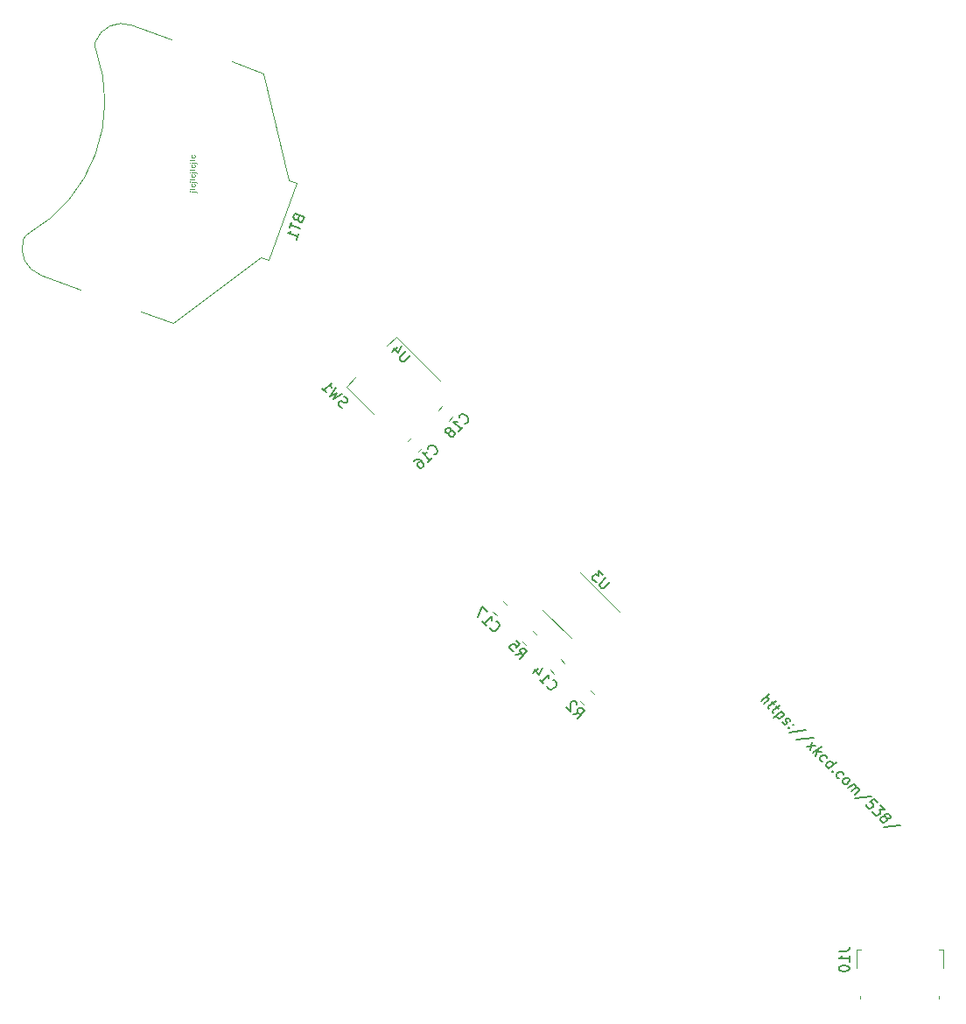
<source format=gbr>
G04 #@! TF.GenerationSoftware,KiCad,Pcbnew,5.1.2*
G04 #@! TF.CreationDate,2019-06-30T21:34:46-05:00*
G04 #@! TF.ProjectId,Wrench,5772656e-6368-42e6-9b69-6361645f7063,rev?*
G04 #@! TF.SameCoordinates,Original*
G04 #@! TF.FileFunction,Legend,Bot*
G04 #@! TF.FilePolarity,Positive*
%FSLAX46Y46*%
G04 Gerber Fmt 4.6, Leading zero omitted, Abs format (unit mm)*
G04 Created by KiCad (PCBNEW 5.1.2) date 2019-06-30 21:34:46*
%MOMM*%
%LPD*%
G04 APERTURE LIST*
%ADD10C,0.150000*%
%ADD11C,0.100000*%
%ADD12C,0.120000*%
G04 APERTURE END LIST*
D10*
X165949636Y-115349399D02*
X166745131Y-114730681D01*
X166252682Y-115652445D02*
X166669370Y-115328354D01*
X166711459Y-115235757D01*
X166681997Y-115138951D01*
X166580981Y-115037936D01*
X166475757Y-115000055D01*
X166404205Y-114995846D01*
X167018714Y-115475668D02*
X167288088Y-115745042D01*
X167384894Y-115370444D02*
X166703041Y-115900774D01*
X166660952Y-115993372D01*
X166690415Y-116090178D01*
X166757758Y-116157521D01*
X167422775Y-115879729D02*
X167692149Y-116149103D01*
X167788955Y-115774505D02*
X167107103Y-116304835D01*
X167065013Y-116397433D01*
X167094476Y-116494239D01*
X167161819Y-116561582D01*
X167927851Y-116384806D02*
X167132356Y-117003524D01*
X167889971Y-116414268D02*
X167995195Y-116452149D01*
X168129882Y-116586836D01*
X168159345Y-116683642D01*
X168155136Y-116746777D01*
X168113046Y-116839374D01*
X167885762Y-117016151D01*
X167776329Y-117041405D01*
X167704776Y-117037196D01*
X167599552Y-116999315D01*
X167464865Y-116864628D01*
X167435402Y-116767822D01*
X168041494Y-117373913D02*
X168070956Y-117470720D01*
X168205643Y-117605407D01*
X168310868Y-117643287D01*
X168420301Y-117618034D01*
X168458182Y-117588571D01*
X168500271Y-117495973D01*
X168470808Y-117399167D01*
X168369793Y-117298152D01*
X168340330Y-117201346D01*
X168382420Y-117108748D01*
X168420301Y-117079286D01*
X168529734Y-117054032D01*
X168634958Y-117091912D01*
X168735973Y-117192928D01*
X168765436Y-117289734D01*
X168685466Y-117950542D02*
X168681257Y-118013677D01*
X168609704Y-118009468D01*
X168613913Y-117946333D01*
X168685466Y-117950542D01*
X168609704Y-118009468D01*
X169102154Y-117626452D02*
X169097945Y-117689586D01*
X169026392Y-117685377D01*
X169030601Y-117622243D01*
X169102154Y-117626452D01*
X169026392Y-117685377D01*
X170284874Y-118203080D02*
X168656003Y-118392484D01*
X171025653Y-118943859D02*
X169396782Y-119133262D01*
X170360635Y-119760399D02*
X171261355Y-119718309D01*
X170890966Y-119347920D02*
X170731025Y-120130788D01*
X171000399Y-120400162D02*
X171795894Y-119781444D01*
X171370788Y-120231803D02*
X171269773Y-120669536D01*
X171800103Y-120257057D02*
X171227683Y-120223385D01*
X171913745Y-121246165D02*
X171808521Y-121208284D01*
X171673834Y-121073597D01*
X171644371Y-120976791D01*
X171648580Y-120913656D01*
X171690670Y-120821059D01*
X171917954Y-120644282D01*
X172027387Y-120619028D01*
X172098940Y-120623237D01*
X172204164Y-120661118D01*
X172338851Y-120795805D01*
X172368314Y-120892611D01*
X172481956Y-121881719D02*
X173277451Y-121263001D01*
X172519837Y-121852256D02*
X172414612Y-121814376D01*
X172279925Y-121679689D01*
X172250463Y-121582882D01*
X172254672Y-121519748D01*
X172296761Y-121427150D01*
X172524046Y-121250374D01*
X172633479Y-121225120D01*
X172705031Y-121229329D01*
X172810255Y-121267210D01*
X172944942Y-121401897D01*
X172974405Y-121498703D01*
X172894435Y-122159511D02*
X172890226Y-122222646D01*
X172818673Y-122218437D01*
X172822882Y-122155302D01*
X172894435Y-122159511D01*
X172818673Y-122218437D01*
X173496317Y-122828737D02*
X173391093Y-122790856D01*
X173256406Y-122656169D01*
X173226943Y-122559363D01*
X173231152Y-122496229D01*
X173273242Y-122403631D01*
X173500526Y-122226855D01*
X173609960Y-122201601D01*
X173681512Y-122205810D01*
X173786736Y-122243690D01*
X173921423Y-122378377D01*
X173950886Y-122475184D01*
X173862498Y-123262261D02*
X173833035Y-123165455D01*
X173837244Y-123102320D01*
X173879334Y-123009723D01*
X174106618Y-122832946D01*
X174216051Y-122807692D01*
X174287604Y-122811901D01*
X174392828Y-122849782D01*
X174493843Y-122950797D01*
X174523306Y-123047604D01*
X174519097Y-123110738D01*
X174477007Y-123203335D01*
X174249723Y-123380112D01*
X174140290Y-123405366D01*
X174068737Y-123401157D01*
X173963513Y-123363276D01*
X173862498Y-123262261D01*
X174401246Y-123801009D02*
X174931576Y-123388530D01*
X174855814Y-123447456D02*
X174927367Y-123451665D01*
X175032591Y-123489545D01*
X175133606Y-123590561D01*
X175163069Y-123687367D01*
X175120979Y-123779964D01*
X174704291Y-124104055D01*
X175120979Y-123779964D02*
X175230413Y-123754710D01*
X175335637Y-123792591D01*
X175436652Y-123893606D01*
X175466115Y-123990413D01*
X175424025Y-124083010D01*
X175007337Y-124407100D01*
X176682507Y-124600713D02*
X175053636Y-124790117D01*
X177217046Y-125202596D02*
X176880328Y-124865878D01*
X176467849Y-125126834D01*
X176539402Y-125131043D01*
X176644626Y-125168924D01*
X176812985Y-125337283D01*
X176842448Y-125434089D01*
X176838239Y-125497223D01*
X176796149Y-125589821D01*
X176606745Y-125737135D01*
X176497312Y-125762388D01*
X176425760Y-125758180D01*
X176320536Y-125720299D01*
X176152177Y-125551940D01*
X176122714Y-125455134D01*
X176126923Y-125391999D01*
X177486420Y-125471970D02*
X177924153Y-125909702D01*
X177385405Y-125909702D01*
X177486420Y-126010718D01*
X177515883Y-126107524D01*
X177511674Y-126170658D01*
X177469584Y-126263256D01*
X177280180Y-126410570D01*
X177170747Y-126435824D01*
X177099195Y-126431615D01*
X176993971Y-126393734D01*
X176791940Y-126191703D01*
X176762477Y-126094897D01*
X176766686Y-126031762D01*
X177987287Y-126578928D02*
X177957824Y-126482122D01*
X177962033Y-126418988D01*
X178004123Y-126326390D01*
X178042004Y-126296928D01*
X178151437Y-126271674D01*
X178222989Y-126275883D01*
X178328214Y-126313763D01*
X178462901Y-126448450D01*
X178492363Y-126545257D01*
X178488155Y-126608391D01*
X178446065Y-126700989D01*
X178408184Y-126730451D01*
X178298751Y-126755705D01*
X178227198Y-126751496D01*
X178121974Y-126713615D01*
X177987287Y-126578928D01*
X177882063Y-126541048D01*
X177810511Y-126536839D01*
X177701077Y-126562093D01*
X177549554Y-126679944D01*
X177507465Y-126772541D01*
X177503256Y-126835676D01*
X177532719Y-126932482D01*
X177667406Y-127067169D01*
X177772630Y-127105050D01*
X177844182Y-127109259D01*
X177953615Y-127084005D01*
X178105138Y-126966154D01*
X178147228Y-126873556D01*
X178151437Y-126810422D01*
X178121974Y-126713615D01*
X179443590Y-127361797D02*
X177814719Y-127551200D01*
D11*
X110832857Y-66078095D02*
X111261428Y-66078095D01*
X111309047Y-66101904D01*
X111332857Y-66149523D01*
X111332857Y-66173333D01*
X110666190Y-66078095D02*
X110690000Y-66101904D01*
X110713809Y-66078095D01*
X110690000Y-66054285D01*
X110666190Y-66078095D01*
X110713809Y-66078095D01*
X111166190Y-65768571D02*
X111142380Y-65816190D01*
X111094761Y-65840000D01*
X110666190Y-65840000D01*
X111142380Y-65363809D02*
X111166190Y-65411428D01*
X111166190Y-65506666D01*
X111142380Y-65554285D01*
X111118571Y-65578095D01*
X111070952Y-65601904D01*
X110928095Y-65601904D01*
X110880476Y-65578095D01*
X110856666Y-65554285D01*
X110832857Y-65506666D01*
X110832857Y-65411428D01*
X110856666Y-65363809D01*
X110832857Y-65149523D02*
X111261428Y-65149523D01*
X111309047Y-65173333D01*
X111332857Y-65220952D01*
X111332857Y-65244761D01*
X110666190Y-65149523D02*
X110690000Y-65173333D01*
X110713809Y-65149523D01*
X110690000Y-65125714D01*
X110666190Y-65149523D01*
X110713809Y-65149523D01*
X111166190Y-64840000D02*
X111142380Y-64887619D01*
X111094761Y-64911428D01*
X110666190Y-64911428D01*
X111142380Y-64435238D02*
X111166190Y-64482857D01*
X111166190Y-64578095D01*
X111142380Y-64625714D01*
X111118571Y-64649523D01*
X111070952Y-64673333D01*
X110928095Y-64673333D01*
X110880476Y-64649523D01*
X110856666Y-64625714D01*
X110832857Y-64578095D01*
X110832857Y-64482857D01*
X110856666Y-64435238D01*
X110832857Y-64220952D02*
X111261428Y-64220952D01*
X111309047Y-64244761D01*
X111332857Y-64292380D01*
X111332857Y-64316190D01*
X110666190Y-64220952D02*
X110690000Y-64244761D01*
X110713809Y-64220952D01*
X110690000Y-64197142D01*
X110666190Y-64220952D01*
X110713809Y-64220952D01*
X111166190Y-63911428D02*
X111142380Y-63959047D01*
X111094761Y-63982857D01*
X110666190Y-63982857D01*
X111142380Y-63506666D02*
X111166190Y-63554285D01*
X111166190Y-63649523D01*
X111142380Y-63697142D01*
X111118571Y-63720952D01*
X111070952Y-63744761D01*
X110928095Y-63744761D01*
X110880476Y-63720952D01*
X110856666Y-63697142D01*
X110832857Y-63649523D01*
X110832857Y-63554285D01*
X110856666Y-63506666D01*
X110832857Y-63292380D02*
X111261428Y-63292380D01*
X111309047Y-63316190D01*
X111332857Y-63363809D01*
X111332857Y-63387619D01*
X110666190Y-63292380D02*
X110690000Y-63316190D01*
X110713809Y-63292380D01*
X110690000Y-63268571D01*
X110666190Y-63292380D01*
X110713809Y-63292380D01*
X111166190Y-62982857D02*
X111142380Y-63030476D01*
X111094761Y-63054285D01*
X110666190Y-63054285D01*
X111142380Y-62578095D02*
X111166190Y-62625714D01*
X111166190Y-62720952D01*
X111142380Y-62768571D01*
X111118571Y-62792380D01*
X111070952Y-62816190D01*
X110928095Y-62816190D01*
X110880476Y-62792380D01*
X110856666Y-62768571D01*
X110832857Y-62720952D01*
X110832857Y-62625714D01*
X110856666Y-62578095D01*
D12*
X101604906Y-52375174D02*
G75*
G02X95023406Y-70188912I-13905543J-4985106D01*
G01*
X101586186Y-52328129D02*
G75*
G02X101554471Y-51601722I860993J401487D01*
G01*
X95102683Y-70141410D02*
G75*
G03X94611462Y-70677483I401487J-860992D01*
G01*
X96225178Y-74138107D02*
G75*
G02X94611462Y-70677483I923454J2537170D01*
G01*
X105015096Y-49988007D02*
G75*
G03X101554471Y-51601722I-923455J-2537170D01*
G01*
X108914820Y-51407390D02*
X104968111Y-49970906D01*
X100124902Y-75557491D02*
X96178193Y-74121006D01*
X117841900Y-54656582D02*
X114740914Y-53527915D01*
X120295122Y-65020664D02*
X117841900Y-54656582D01*
X121046876Y-65294280D02*
X120295122Y-65020664D01*
X118344917Y-72717852D02*
X121046876Y-65294280D01*
X118344917Y-72717852D02*
X117593163Y-72444236D01*
X117593163Y-72444236D02*
X109051982Y-78806682D01*
X109051982Y-78806682D02*
X105950996Y-77678016D01*
X146556291Y-111352199D02*
X146921975Y-111717883D01*
X145552199Y-112356291D02*
X145917883Y-112721975D01*
X132756291Y-91247801D02*
X133121975Y-90882117D01*
X131752199Y-90243709D02*
X132117883Y-89878025D01*
X140015112Y-106719204D02*
X140380796Y-107084888D01*
X141019204Y-105715112D02*
X141384888Y-106080796D01*
X134752199Y-87243709D02*
X135117883Y-86878025D01*
X135756291Y-88247801D02*
X136121975Y-87882117D01*
X183210000Y-144200000D02*
X183210000Y-143940000D01*
X183560000Y-141160000D02*
X183560000Y-139390000D01*
X183560000Y-139390000D02*
X183180000Y-139390000D01*
X175240000Y-139390000D02*
X175240000Y-141160000D01*
X175590000Y-143940000D02*
X175590000Y-144200000D01*
X175240000Y-139390000D02*
X175620000Y-139390000D01*
X148452199Y-115356291D02*
X148817883Y-115721975D01*
X149456291Y-114352199D02*
X149821975Y-114717883D01*
X143882117Y-108578025D02*
X144247801Y-108943709D01*
X142878025Y-109582117D02*
X143243709Y-109947801D01*
X152274532Y-106752171D02*
X148456155Y-102933794D01*
X147593485Y-109311898D02*
X144835768Y-106554181D01*
X125838192Y-84960660D02*
X126729146Y-84069706D01*
X130660660Y-80138192D02*
X129769706Y-81029146D01*
X128496913Y-87619382D02*
X125838192Y-84960660D01*
X134910372Y-84387904D02*
X130660660Y-80138192D01*
D10*
X121166091Y-68705033D02*
X121161978Y-68855561D01*
X121190439Y-68916595D01*
X121263646Y-68993916D01*
X121397888Y-69042776D01*
X121503669Y-69030602D01*
X121564703Y-69002141D01*
X121642024Y-68928933D01*
X121772317Y-68570955D01*
X120832625Y-68228935D01*
X120718618Y-68542166D01*
X120730792Y-68647947D01*
X120759253Y-68708981D01*
X120832460Y-68786302D01*
X120921955Y-68818875D01*
X121027736Y-68806701D01*
X121088770Y-68778240D01*
X121166091Y-68705033D01*
X121280097Y-68391802D01*
X120539465Y-69034386D02*
X120344025Y-69571353D01*
X121381437Y-69644890D02*
X120441745Y-69302869D01*
X120990557Y-70718824D02*
X121185997Y-70181857D01*
X121088277Y-70450340D02*
X120148584Y-70108320D01*
X120315400Y-70067686D01*
X120437467Y-70010765D01*
X120514788Y-69937557D01*
X145272391Y-113910919D02*
X145272391Y-113978263D01*
X145339735Y-114112950D01*
X145407078Y-114180293D01*
X145541765Y-114247637D01*
X145676452Y-114247637D01*
X145777467Y-114213965D01*
X145945826Y-114112950D01*
X146046841Y-114011935D01*
X146147857Y-113843576D01*
X146181528Y-113742561D01*
X146181528Y-113607874D01*
X146114185Y-113473187D01*
X146046841Y-113405843D01*
X145912154Y-113338500D01*
X145844811Y-113338500D01*
X144531612Y-113304828D02*
X144935673Y-113708889D01*
X144733643Y-113506858D02*
X145440750Y-112799751D01*
X145407078Y-112968110D01*
X145407078Y-113102797D01*
X145440750Y-113203812D01*
X144396925Y-112227332D02*
X143925521Y-112698736D01*
X144834658Y-112126316D02*
X144497941Y-112799751D01*
X144060208Y-112362019D01*
X134310919Y-91527608D02*
X134378263Y-91527608D01*
X134512950Y-91460264D01*
X134580293Y-91392921D01*
X134647637Y-91258234D01*
X134647637Y-91123547D01*
X134613965Y-91022532D01*
X134512950Y-90854173D01*
X134411935Y-90753158D01*
X134243576Y-90652142D01*
X134142561Y-90618471D01*
X134007874Y-90618471D01*
X133873187Y-90685814D01*
X133805843Y-90753158D01*
X133738500Y-90887845D01*
X133738500Y-90955188D01*
X133704828Y-92268387D02*
X134108889Y-91864326D01*
X133906858Y-92066356D02*
X133199751Y-91359249D01*
X133368110Y-91392921D01*
X133502797Y-91392921D01*
X133603813Y-91359249D01*
X132391629Y-92167371D02*
X132526316Y-92032684D01*
X132627332Y-91999013D01*
X132694675Y-91999013D01*
X132863034Y-92032684D01*
X133031393Y-92133700D01*
X133300767Y-92403074D01*
X133334438Y-92504089D01*
X133334438Y-92571432D01*
X133300767Y-92672448D01*
X133166080Y-92807135D01*
X133065064Y-92840806D01*
X132997721Y-92840806D01*
X132896706Y-92807135D01*
X132728347Y-92638776D01*
X132694675Y-92537761D01*
X132694675Y-92470417D01*
X132728347Y-92369402D01*
X132863034Y-92234715D01*
X132964049Y-92201043D01*
X133031393Y-92201043D01*
X133132408Y-92234715D01*
X139735304Y-108273832D02*
X139735304Y-108341176D01*
X139802648Y-108475863D01*
X139869991Y-108543206D01*
X140004678Y-108610550D01*
X140139365Y-108610550D01*
X140240380Y-108576878D01*
X140408739Y-108475863D01*
X140509754Y-108374848D01*
X140610770Y-108206489D01*
X140644441Y-108105474D01*
X140644441Y-107970787D01*
X140577098Y-107836100D01*
X140509754Y-107768756D01*
X140375067Y-107701413D01*
X140307724Y-107701413D01*
X138994525Y-107667741D02*
X139398586Y-108071802D01*
X139196556Y-107869771D02*
X139903663Y-107162664D01*
X139869991Y-107331023D01*
X139869991Y-107465710D01*
X139903663Y-107566725D01*
X139465930Y-106724932D02*
X138994525Y-106253527D01*
X138590464Y-107263680D01*
X137310919Y-88527608D02*
X137378263Y-88527608D01*
X137512950Y-88460264D01*
X137580293Y-88392921D01*
X137647637Y-88258234D01*
X137647637Y-88123547D01*
X137613965Y-88022532D01*
X137512950Y-87854173D01*
X137411935Y-87753158D01*
X137243576Y-87652142D01*
X137142561Y-87618471D01*
X137007874Y-87618471D01*
X136873187Y-87685814D01*
X136805843Y-87753158D01*
X136738500Y-87887845D01*
X136738500Y-87955188D01*
X136704828Y-89268387D02*
X137108889Y-88864326D01*
X136906858Y-89066356D02*
X136199751Y-88359249D01*
X136368110Y-88392921D01*
X136502797Y-88392921D01*
X136603813Y-88359249D01*
X135896706Y-89268387D02*
X135930377Y-89167371D01*
X135930377Y-89100028D01*
X135896706Y-88999013D01*
X135863034Y-88965341D01*
X135762019Y-88931669D01*
X135694675Y-88931669D01*
X135593660Y-88965341D01*
X135458973Y-89100028D01*
X135425301Y-89201043D01*
X135425301Y-89268387D01*
X135458973Y-89369402D01*
X135492645Y-89403074D01*
X135593660Y-89436745D01*
X135661003Y-89436745D01*
X135762019Y-89403074D01*
X135896706Y-89268387D01*
X135997721Y-89234715D01*
X136065064Y-89234715D01*
X136166080Y-89268387D01*
X136300767Y-89403074D01*
X136334438Y-89504089D01*
X136334438Y-89571432D01*
X136300767Y-89672448D01*
X136166080Y-89807135D01*
X136065064Y-89840806D01*
X135997721Y-89840806D01*
X135896706Y-89807135D01*
X135762019Y-89672448D01*
X135728347Y-89571432D01*
X135728347Y-89504089D01*
X135762019Y-89403074D01*
X173502380Y-139590476D02*
X174216666Y-139590476D01*
X174359523Y-139542857D01*
X174454761Y-139447619D01*
X174502380Y-139304761D01*
X174502380Y-139209523D01*
X174502380Y-140590476D02*
X174502380Y-140019047D01*
X174502380Y-140304761D02*
X173502380Y-140304761D01*
X173645238Y-140209523D01*
X173740476Y-140114285D01*
X173788095Y-140019047D01*
X173502380Y-141209523D02*
X173502380Y-141304761D01*
X173550000Y-141400000D01*
X173597619Y-141447619D01*
X173692857Y-141495238D01*
X173883333Y-141542857D01*
X174121428Y-141542857D01*
X174311904Y-141495238D01*
X174407142Y-141447619D01*
X174454761Y-141400000D01*
X174502380Y-141304761D01*
X174502380Y-141209523D01*
X174454761Y-141114285D01*
X174407142Y-141066666D01*
X174311904Y-141019047D01*
X174121428Y-140971428D01*
X173883333Y-140971428D01*
X173692857Y-141019047D01*
X173597619Y-141066666D01*
X173550000Y-141114285D01*
X173502380Y-141209523D01*
X147768330Y-116641545D02*
X148340750Y-116540530D01*
X148172391Y-117045606D02*
X148879498Y-116338500D01*
X148610124Y-116069125D01*
X148509109Y-116035454D01*
X148441765Y-116035454D01*
X148340750Y-116069125D01*
X148239735Y-116170141D01*
X148206063Y-116271156D01*
X148206063Y-116338500D01*
X148239735Y-116439515D01*
X148509109Y-116708889D01*
X148138719Y-115732408D02*
X148138719Y-115665064D01*
X148105048Y-115564049D01*
X147936689Y-115395690D01*
X147835673Y-115362019D01*
X147768330Y-115362019D01*
X147667315Y-115395690D01*
X147599971Y-115463034D01*
X147532628Y-115597721D01*
X147532628Y-116405843D01*
X147094895Y-115968110D01*
X142194156Y-110867371D02*
X142766576Y-110766356D01*
X142598217Y-111271432D02*
X143305324Y-110564326D01*
X143035950Y-110294951D01*
X142934935Y-110261280D01*
X142867591Y-110261280D01*
X142766576Y-110294951D01*
X142665561Y-110395967D01*
X142631889Y-110496982D01*
X142631889Y-110564326D01*
X142665561Y-110665341D01*
X142934935Y-110934715D01*
X142261499Y-109520501D02*
X142598217Y-109857219D01*
X142295171Y-110227608D01*
X142295171Y-110160264D01*
X142261499Y-110059249D01*
X142093141Y-109890890D01*
X141992125Y-109857219D01*
X141924782Y-109857219D01*
X141823767Y-109890890D01*
X141655408Y-110059249D01*
X141621736Y-110160264D01*
X141621736Y-110227608D01*
X141655408Y-110328623D01*
X141823767Y-110496982D01*
X141924782Y-110530654D01*
X141992125Y-110530654D01*
X125391990Y-86980204D02*
X125257303Y-86912861D01*
X125088944Y-86744502D01*
X125055272Y-86643487D01*
X125055272Y-86576143D01*
X125088944Y-86475128D01*
X125156287Y-86407785D01*
X125257303Y-86374113D01*
X125324646Y-86374113D01*
X125425661Y-86407785D01*
X125594020Y-86508800D01*
X125695035Y-86542472D01*
X125762379Y-86542472D01*
X125863394Y-86508800D01*
X125930738Y-86441456D01*
X125964409Y-86340441D01*
X125964409Y-86273098D01*
X125930738Y-86172082D01*
X125762379Y-86003724D01*
X125627692Y-85936380D01*
X125425661Y-85667006D02*
X124550196Y-86205754D01*
X124920585Y-85565991D01*
X124280822Y-85936380D01*
X124819570Y-85060915D01*
X123472700Y-85128258D02*
X123876761Y-85532319D01*
X123674730Y-85330289D02*
X124381837Y-84623182D01*
X124348165Y-84791541D01*
X124348165Y-84926228D01*
X124381837Y-85027243D01*
X151354956Y-103870205D02*
X150782536Y-104442625D01*
X150681521Y-104476297D01*
X150614177Y-104476297D01*
X150513162Y-104442625D01*
X150378475Y-104307938D01*
X150344803Y-104206923D01*
X150344803Y-104139579D01*
X150378475Y-104038564D01*
X150950895Y-103466144D01*
X150681521Y-103196770D02*
X150243788Y-102759038D01*
X150210116Y-103264114D01*
X150109101Y-103163099D01*
X150008086Y-103129427D01*
X149940742Y-103129427D01*
X149839727Y-103163099D01*
X149671368Y-103331457D01*
X149637696Y-103432473D01*
X149637696Y-103499816D01*
X149671368Y-103600831D01*
X149873399Y-103802862D01*
X149974414Y-103836534D01*
X150041757Y-103836534D01*
X132025973Y-81951522D02*
X131453553Y-82523942D01*
X131352538Y-82557614D01*
X131285194Y-82557614D01*
X131184179Y-82523942D01*
X131049492Y-82389255D01*
X131015820Y-82288240D01*
X131015820Y-82220896D01*
X131049492Y-82119881D01*
X131621912Y-81547461D01*
X130746446Y-81143400D02*
X130275042Y-81614805D01*
X131184179Y-81042385D02*
X130847461Y-81715820D01*
X130409729Y-81278087D01*
M02*

</source>
